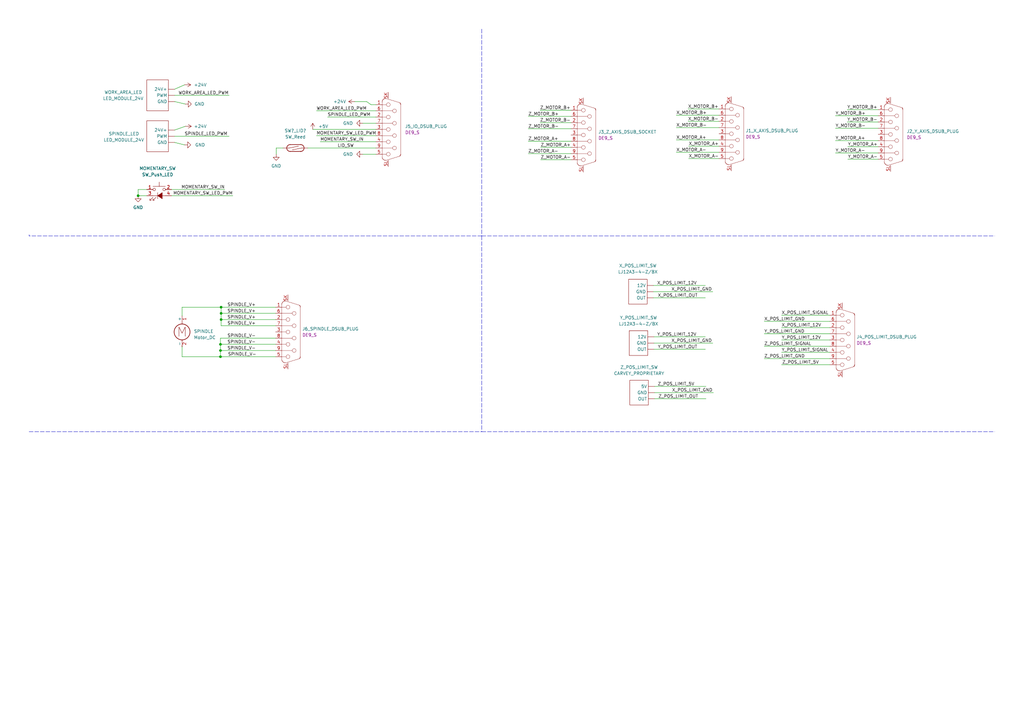
<source format=kicad_sch>
(kicad_sch (version 20211123) (generator eeschema)
  (paper "A3")
  (title_block (title "Upgraded carvey") (date "2022-11-30"))
  (lib_symbols
    (symbol "Motor:Motor_DC" (pin_names (offset 0))
      (property "Reference" "M" (at 2.54 2.54 0))
      (property "Value" "Motor_DC" (at 2.54 -5.08 0))
      (symbol "Motor_DC_0_0"
        (polyline (pts (xy -1.27 -3.302) (xy -1.27 0.508) (xy 0 -2.032) (xy 1.27 0.508) (xy 1.27 -3.302)))
      )
      (symbol "Motor_DC_0_1"
        (circle (center 0 -1.524) (radius 3.2512) (stroke (width 0.254)))
        (polyline (pts (xy 0 -7.62) (xy 0 -7.112)))
        (polyline (pts (xy 0 -4.7752) (xy 0 -5.1816)))
        (polyline (pts (xy 0 1.7272) (xy 0 2.0828)))
        (polyline (pts (xy 0 2.032) (xy 0 2.54)))
      )
      (symbol "Motor_DC_1_1"
        (pin passive line (at 0 5.08 270) (length 2.54) (name "+") (number "1"))
        (pin passive line (at 0 -7.62 90) (length 2.54) (name "-") (number "2"))
      )
    )
    (symbol "Personal_Conn_DSUB:DE9_S" (pin_names hide)
      (property "Reference" "J?" (at 8.89 -11.4299 0))
      (property "Field4" "DE9_S" (at 8.89 -13.9699 0))
      (symbol "DE9_S_0_0"
        (pin passive line (at -2.54 -2.54 0) (length 2.54) (name "1") (number "1"))
        (pin passive line (at -2.54 -7.62 0) (length 2.54) (name "2") (number "2"))
        (pin passive line (at -2.54 -12.7 0) (length 2.54) (name "3") (number "3"))
        (pin passive line (at -2.54 -17.78 0) (length 2.54) (name "4") (number "4"))
        (pin passive line (at -2.54 -22.86 0) (length 2.54) (name "5") (number "5"))
        (pin passive line (at -2.54 -5.08 0) (length 2.54) (name "6") (number "6"))
        (pin passive line (at -2.54 -10.16 0) (length 2.54) (name "7") (number "7"))
        (pin passive line (at -2.54 -15.24 0) (length 2.54) (name "8") (number "8"))
        (pin passive line (at -2.54 -20.32 0) (length 2.54) (name "9") (number "9"))
        (pin passive line (at 2.54 2.54 270) (length 2.54) (name "SK") (number "SK"))
        (pin passive line (at 2.54 -27.94 90) (length 2.54) (name "SL") (number "SL"))
      )
      (symbol "DE9_S_0_1"
        (polyline (pts (xy 0 -22.86) (xy 1.778 -22.86)) (stroke (width 0.1016)))
        (polyline (pts (xy 0 -17.78) (xy 1.778 -17.78)) (stroke (width 0.1016)))
        (polyline (pts (xy 0 -12.7) (xy 1.778 -12.7)) (stroke (width 0.1016)))
        (polyline (pts (xy 0 -7.62) (xy 1.778 -7.62)) (stroke (width 0.1016)))
        (polyline (pts (xy 0 -2.54) (xy 1.778 -2.54)) (stroke (width 0.1016)))
        (polyline (pts (xy 0 -1.524) (xy 0 -24.13)) (stroke (width 0.1016)))
        (polyline (pts (xy 0 -1.4478) (xy 0 -1.524)) (stroke (width 0.1016)))
        (polyline (pts (xy 0 -1.397) (xy 0 -1.4478)) (stroke (width 0.1016)))
        (polyline (pts (xy 0 -1.3208) (xy 0 -1.397)) (stroke (width 0.1016)))
        (polyline (pts (xy 0 -1.27) (xy 0 -1.3208)) (stroke (width 0.1016)))
        (polyline (pts (xy 0.0254 -24.2316) (xy 0.0508 -24.2824)) (stroke (width 0.1016)))
        (polyline (pts (xy 0.0254 -24.1554) (xy 0.0254 -24.2316)) (stroke (width 0.1016)))
        (polyline (pts (xy 0.0254 -1.2192) (xy 0 -1.27)) (stroke (width 0.1016)))
        (polyline (pts (xy 0.0254 -1.143) (xy 0.0254 -1.2192)) (stroke (width 0.1016)))
        (polyline (pts (xy 0.0508 -24.3332) (xy 0.0762 -24.384)) (stroke (width 0.1016)))
        (polyline (pts (xy 0.0508 -24.2824) (xy 0.0508 -24.3332)) (stroke (width 0.1016)))
        (polyline (pts (xy 0.0508 -1.0922) (xy 0.0254 -1.143)) (stroke (width 0.1016)))
        (polyline (pts (xy 0.0508 -1.0414) (xy 0.0508 -1.0922)) (stroke (width 0.1016)))
        (polyline (pts (xy 0.0762 -24.384) (xy 0.1016 -24.4348)) (stroke (width 0.1016)))
        (polyline (pts (xy 0.0762 -0.9906) (xy 0.0508 -1.0414)) (stroke (width 0.1016)))
        (polyline (pts (xy 0.1016 -24.4348) (xy 0.127 -24.511)) (stroke (width 0.1016)))
        (polyline (pts (xy 0.1016 -0.9398) (xy 0.0762 -0.9906)) (stroke (width 0.1016)))
        (polyline (pts (xy 0.127 -24.511) (xy 0.1524 -24.5618)) (stroke (width 0.1016)))
        (polyline (pts (xy 0.127 -0.8636) (xy 0.1016 -0.9398)) (stroke (width 0.1016)))
        (polyline (pts (xy 0.1524 -24.5618) (xy 0.1778 -24.6126)) (stroke (width 0.1016)))
        (polyline (pts (xy 0.1524 -0.8128) (xy 0.127 -0.8636)) (stroke (width 0.1016)))
        (polyline (pts (xy 0.1778 -24.6126) (xy 0.2032 -24.6634)) (stroke (width 0.1016)))
        (polyline (pts (xy 0.1778 -0.762) (xy 0.1524 -0.8128)) (stroke (width 0.1016)))
        (polyline (pts (xy 0.2032 -24.6634) (xy 0.254 -24.7142)) (stroke (width 0.1016)))
        (polyline (pts (xy 0.2032 -0.7112) (xy 0.1778 -0.762)) (stroke (width 0.1016)))
        (polyline (pts (xy 0.254 -24.7142) (xy 0.2794 -24.765)) (stroke (width 0.1016)))
        (polyline (pts (xy 0.254 -0.6604) (xy 0.2032 -0.7112)) (stroke (width 0.1016)))
        (polyline (pts (xy 0.2794 -24.765) (xy 0.3048 -24.8158)) (stroke (width 0.1016)))
        (polyline (pts (xy 0.2794 -0.6096) (xy 0.254 -0.6604)) (stroke (width 0.1016)))
        (polyline (pts (xy 0.3048 -24.8158) (xy 0.3556 -24.8412)) (stroke (width 0.1016)))
        (polyline (pts (xy 0.3048 -0.5588) (xy 0.2794 -0.6096)) (stroke (width 0.1016)))
        (polyline (pts (xy 0.3556 -24.8412) (xy 0.381 -24.892)) (stroke (width 0.1016)))
        (polyline (pts (xy 0.3556 -0.5334) (xy 0.3048 -0.5588)) (stroke (width 0.1016)))
        (polyline (pts (xy 0.381 -24.892) (xy 0.4318 -24.9428)) (stroke (width 0.1016)))
        (polyline (pts (xy 0.381 -0.4826) (xy 0.3556 -0.5334)) (stroke (width 0.1016)))
        (polyline (pts (xy 0.4318 -24.9428) (xy 0.4826 -24.9936)) (stroke (width 0.1016)))
        (polyline (pts (xy 0.4318 -0.4318) (xy 0.381 -0.4826)) (stroke (width 0.1016)))
        (polyline (pts (xy 0.4826 -24.9936) (xy 0.5334 -25.019)) (stroke (width 0.1016)))
        (polyline (pts (xy 0.4826 -0.381) (xy 0.4318 -0.4318)) (stroke (width 0.1016)))
        (polyline (pts (xy 0.5334 -25.019) (xy 0.5588 -25.0698)) (stroke (width 0.1016)))
        (polyline (pts (xy 0.5334 -0.3556) (xy 0.4826 -0.381)) (stroke (width 0.1016)))
        (polyline (pts (xy 0.5588 -25.0698) (xy 0.6096 -25.0952)) (stroke (width 0.1016)))
        (polyline (pts (xy 0.5588 -0.3048) (xy 0.5334 -0.3556)) (stroke (width 0.1016)))
        (polyline (pts (xy 0.6096 -25.0952) (xy 0.6604 -25.1206)) (stroke (width 0.1016)))
        (polyline (pts (xy 0.6096 -0.2794) (xy 0.5588 -0.3048)) (stroke (width 0.1016)))
        (polyline (pts (xy 0.6604 -25.1206) (xy 0.7112 -25.1714)) (stroke (width 0.1016)))
        (polyline (pts (xy 0.6604 -0.254) (xy 0.6096 -0.2794)) (stroke (width 0.1016)))
        (polyline (pts (xy 0.7112 -25.1714) (xy 0.762 -25.1968)) (stroke (width 0.1016)))
        (polyline (pts (xy 0.7112 -0.2032) (xy 0.6604 -0.254)) (stroke (width 0.1016)))
        (polyline (pts (xy 0.762 -25.1968) (xy 0.8128 -25.2222)) (stroke (width 0.1016)))
        (polyline (pts (xy 0.762 -0.1778) (xy 0.7112 -0.2032)) (stroke (width 0.1016)))
        (polyline (pts (xy 0.8128 -25.2222) (xy 0.8636 -25.2476)) (stroke (width 0.1016)))
        (polyline (pts (xy 0.8128 -0.1524) (xy 0.762 -0.1778)) (stroke (width 0.1016)))
        (polyline (pts (xy 0.8636 -25.2476) (xy 0.9398 -25.273)) (stroke (width 0.1016)))
        (polyline (pts (xy 0.8636 -0.127) (xy 0.8128 -0.1524)) (stroke (width 0.1016)))
        (polyline (pts (xy 0.9398 -25.273) (xy 0.9906 -25.2984)) (stroke (width 0.1016)))
        (polyline (pts (xy 0.9398 -0.1016) (xy 0.8636 -0.127)) (stroke (width 0.1016)))
        (polyline (pts (xy 0.9906 -25.2984) (xy 1.0414 -25.3238)) (stroke (width 0.1016)))
        (polyline (pts (xy 0.9906 -0.0762) (xy 0.9398 -0.1016)) (stroke (width 0.1016)))
        (polyline (pts (xy 1.0414 -25.3238) (xy 1.0922 -25.3238)) (stroke (width 0.1016)))
        (polyline (pts (xy 1.0414 -0.0508) (xy 0.9906 -0.0762)) (stroke (width 0.1016)))
        (polyline (pts (xy 1.0922 -25.3238) (xy 1.143 -25.3492)) (stroke (width 0.1016)))
        (polyline (pts (xy 1.0922 -0.0508) (xy 1.0414 -0.0508)) (stroke (width 0.1016)))
        (polyline (pts (xy 1.143 -25.3492) (xy 1.2192 -25.3492)) (stroke (width 0.1016)))
        (polyline (pts (xy 1.143 -0.0254) (xy 1.0922 -0.0508)) (stroke (width 0.1016)))
        (polyline (pts (xy 1.2192 -25.3492) (xy 1.27 -25.3746)) (stroke (width 0.1016)))
        (polyline (pts (xy 1.2192 -0.0254) (xy 1.143 -0.0254)) (stroke (width 0.1016)))
        (polyline (pts (xy 1.27 -25.3746) (xy 1.3208 -25.3746)) (stroke (width 0.1016)))
        (polyline (pts (xy 1.27 0) (xy 1.2192 -0.0254)) (stroke (width 0.1016)))
        (polyline (pts (xy 1.3208 -25.3746) (xy 1.397 -25.3746)) (stroke (width 0.1016)))
        (polyline (pts (xy 1.3208 0) (xy 1.27 0)) (stroke (width 0.1016)))
        (polyline (pts (xy 1.397 -25.3746) (xy 1.4478 -25.3746)) (stroke (width 0.1016)))
        (polyline (pts (xy 1.397 0) (xy 1.3208 0)) (stroke (width 0.1016)))
        (polyline (pts (xy 1.4478 -25.3746) (xy 1.524 -25.4)) (stroke (width 0.1016)))
        (polyline (pts (xy 1.4478 0) (xy 1.397 0)) (stroke (width 0.1016)))
        (polyline (pts (xy 1.4986 0) (xy 1.4478 0)) (stroke (width 0.1016)))
        (polyline (pts (xy 1.524 0) (xy 1.4986 0)) (stroke (width 0.1016)))
        (polyline (pts (xy 4.318 -20.32) (xy 0 -20.32)) (stroke (width 0.1016)))
        (polyline (pts (xy 4.318 -15.24) (xy 0 -15.24)) (stroke (width 0.1016)))
        (polyline (pts (xy 4.318 -10.16) (xy 0 -10.16)) (stroke (width 0.1016)))
        (polyline (pts (xy 4.318 -5.08) (xy 0 -5.08)) (stroke (width 0.1016)))
        (polyline (pts (xy 7.3152 -23.5712) (xy 7.3152 -23.5458)) (stroke (width 0.1016)))
        (polyline (pts (xy 7.3152 -23.5458) (xy 7.3406 -23.5458)) (stroke (width 0.1016)))
        (polyline (pts (xy 7.3152 -1.8288) (xy 7.366 -1.778)) (stroke (width 0.1016)))
        (polyline (pts (xy 7.3406 -23.5458) (xy 7.3406 -23.5204)) (stroke (width 0.1016)))
        (polyline (pts (xy 7.3406 -23.5204) (xy 7.366 -23.495)) (stroke (width 0.1016)))
        (polyline (pts (xy 7.3406 -1.8542) (xy 7.3406 -1.8288)) (stroke (width 0.1016)))
        (polyline (pts (xy 7.3406 -1.8288) (xy 7.3152 -1.8288)) (stroke (width 0.1016)))
        (polyline (pts (xy 7.366 -23.622) (xy 1.524 -25.4)) (stroke (width 0.1016)))
        (polyline (pts (xy 7.366 -23.622) (xy 7.3152 -23.5712)) (stroke (width 0.1016)))
        (polyline (pts (xy 7.366 -23.495) (xy 7.366 -23.495)) (stroke (width 0.1016)))
        (polyline (pts (xy 7.366 -23.495) (xy 7.3914 -23.4696)) (stroke (width 0.1016)))
        (polyline (pts (xy 7.366 -1.8796) (xy 7.3406 -1.8542)) (stroke (width 0.1016)))
        (polyline (pts (xy 7.366 -1.8796) (xy 7.366 -1.8796)) (stroke (width 0.1016)))
        (polyline (pts (xy 7.366 -1.778) (xy 1.524 0)) (stroke (width 0.1016)))
        (polyline (pts (xy 7.3914 -23.4696) (xy 7.3914 -23.4696)) (stroke (width 0.1016)))
        (polyline (pts (xy 7.3914 -23.4696) (xy 7.4168 -23.4442)) (stroke (width 0.1016)))
        (polyline (pts (xy 7.3914 -1.905) (xy 7.366 -1.8796)) (stroke (width 0.1016)))
        (polyline (pts (xy 7.3914 -1.905) (xy 7.3914 -1.905)) (stroke (width 0.1016)))
        (polyline (pts (xy 7.4168 -23.4442) (xy 7.4168 -23.4188)) (stroke (width 0.1016)))
        (polyline (pts (xy 7.4168 -23.4188) (xy 7.4422 -23.4188)) (stroke (width 0.1016)))
        (polyline (pts (xy 7.4168 -1.9558) (xy 7.4168 -1.9304)) (stroke (width 0.1016)))
        (polyline (pts (xy 7.4168 -1.9304) (xy 7.3914 -1.905)) (stroke (width 0.1016)))
        (polyline (pts (xy 7.4422 -23.4188) (xy 7.4422 -23.3934)) (stroke (width 0.1016)))
        (polyline (pts (xy 7.4422 -23.3934) (xy 7.4676 -23.368)) (stroke (width 0.1016)))
        (polyline (pts (xy 7.4422 -1.9812) (xy 7.4422 -1.9558)) (stroke (width 0.1016)))
        (polyline (pts (xy 7.4422 -1.9558) (xy 7.4168 -1.9558)) (stroke (width 0.1016)))
        (polyline (pts (xy 7.4676 -23.368) (xy 7.4676 -23.368)) (stroke (width 0.1016)))
        (polyline (pts (xy 7.4676 -23.368) (xy 7.4676 -23.3426)) (stroke (width 0.1016)))
        (polyline (pts (xy 7.4676 -23.3426) (xy 7.493 -23.3172)) (stroke (width 0.1016)))
        (polyline (pts (xy 7.4676 -2.032) (xy 7.4676 -2.0066)) (stroke (width 0.1016)))
        (polyline (pts (xy 7.4676 -2.0066) (xy 7.4422 -1.9812)) (stroke (width 0.1016)))
        (polyline (pts (xy 7.4676 -2.0066) (xy 7.4676 -2.0066)) (stroke (width 0.1016)))
        (polyline (pts (xy 7.493 -23.3172) (xy 7.493 -23.3172)) (stroke (width 0.1016)))
        (polyline (pts (xy 7.493 -23.3172) (xy 7.493 -23.2918)) (stroke (width 0.1016)))
        (polyline (pts (xy 7.493 -23.2918) (xy 7.5184 -23.2664)) (stroke (width 0.1016)))
        (polyline (pts (xy 7.493 -2.0828) (xy 7.493 -2.0574)) (stroke (width 0.1016)))
        (polyline (pts (xy 7.493 -2.0574) (xy 7.4676 -2.032)) (stroke (width 0.1016)))
        (polyline (pts (xy 7.493 -2.0574) (xy 7.493 -2.0574)) (stroke (width 0.1016)))
        (polyline (pts (xy 7.5184 -23.2664) (xy 7.5184 -23.2664)) (stroke (width 0.1016)))
        (polyline (pts (xy 7.5184 -23.2664) (xy 7.5184 -23.241)) (stroke (width 0.1016)))
        (polyline (pts (xy 7.5184 -23.241) (xy 7.5438 -23.2156)) (stroke (width 0.1016)))
        (polyline (pts (xy 7.5184 -2.1336) (xy 7.5184 -2.1082)) (stroke (width 0.1016)))
        (polyline (pts (xy 7.5184 -2.1082) (xy 7.493 -2.0828)) (stroke (width 0.1016)))
        (polyline (pts (xy 7.5184 -2.1082) (xy 7.5184 -2.1082)) (stroke (width 0.1016)))
        (polyline (pts (xy 7.5438 -23.2156) (xy 7.5438 -23.1902)) (stroke (width 0.1016)))
        (polyline (pts (xy 7.5438 -23.1902) (xy 7.5438 -23.1902)) (stroke (width 0.1016)))
        (polyline (pts (xy 7.5438 -23.1902) (xy 7.5692 -23.1648)) (stroke (width 0.1016)))
        (polyline (pts (xy 7.5438 -2.1844) (xy 7.5438 -2.1844)) (stroke (width 0.1016)))
        (polyline (pts (xy 7.5438 -2.1844) (xy 7.5438 -2.159)) (stroke (width 0.1016)))
        (polyline (pts (xy 7.5438 -2.159) (xy 7.5184 -2.1336)) (stroke (width 0.1016)))
        (polyline (pts (xy 7.5692 -23.1648) (xy 7.5692 -23.1394)) (stroke (width 0.1016)))
        (polyline (pts (xy 7.5692 -23.1394) (xy 7.5692 -23.114)) (stroke (width 0.1016)))
        (polyline (pts (xy 7.5692 -23.114) (xy 7.5692 -23.114)) (stroke (width 0.1016)))
        (polyline (pts (xy 7.5692 -23.114) (xy 7.5692 -23.0886)) (stroke (width 0.1016)))
        (polyline (pts (xy 7.5692 -23.0886) (xy 7.5946 -23.0632)) (stroke (width 0.1016)))
        (polyline (pts (xy 7.5692 -2.286) (xy 7.5692 -2.2606)) (stroke (width 0.1016)))
        (polyline (pts (xy 7.5692 -2.2606) (xy 7.5692 -2.2606)) (stroke (width 0.1016)))
        (polyline (pts (xy 7.5692 -2.2606) (xy 7.5692 -2.2352)) (stroke (width 0.1016)))
        (polyline (pts (xy 7.5692 -2.2352) (xy 7.5692 -2.2098)) (stroke (width 0.1016)))
        (polyline (pts (xy 7.5692 -2.2098) (xy 7.5438 -2.1844)) (stroke (width 0.1016)))
        (polyline (pts (xy 7.5946 -23.0632) (xy 7.5946 -23.0378)) (stroke (width 0.1016)))
        (polyline (pts (xy 7.5946 -23.0378) (xy 7.5946 -23.0378)) (stroke (width 0.1016)))
        (polyline (pts (xy 7.5946 -23.0378) (xy 7.5946 -23.0124)) (stroke (width 0.1016)))
        (polyline (pts (xy 7.5946 -23.0124) (xy 7.5946 -22.987)) (stroke (width 0.1016)))
        (polyline (pts (xy 7.5946 -22.987) (xy 7.5946 -22.9616)) (stroke (width 0.1016)))
        (polyline (pts (xy 7.5946 -22.9616) (xy 7.5946 -22.9362)) (stroke (width 0.1016)))
        (polyline (pts (xy 7.5946 -22.9362) (xy 7.5946 -22.9362)) (stroke (width 0.1016)))
        (polyline (pts (xy 7.5946 -22.9362) (xy 7.5946 -22.9108)) (stroke (width 0.1016)))
        (polyline (pts (xy 7.5946 -22.9108) (xy 7.5946 -22.8854)) (stroke (width 0.1016)))
        (polyline (pts (xy 7.5946 -22.8854) (xy 7.5946 -22.86)) (stroke (width 0.1016)))
        (polyline (pts (xy 7.5946 -22.86) (xy 7.62 -22.86)) (stroke (width 0.1016)))
        (polyline (pts (xy 7.5946 -2.5146) (xy 7.5946 -2.4892)) (stroke (width 0.1016)))
        (polyline (pts (xy 7.5946 -2.4892) (xy 7.5946 -2.4638)) (stroke (width 0.1016)))
        (polyline (pts (xy 7.5946 -2.4638) (xy 7.5946 -2.4384)) (stroke (width 0.1016)))
        (polyline (pts (xy 7.5946 -2.4384) (xy 7.5946 -2.4384)) (stroke (width 0.1016)))
        (polyline (pts (xy 7.5946 -2.4384) (xy 7.5946 -2.413)) (stroke (width 0.1016)))
        (polyline (pts (xy 7.5946 -2.413) (xy 7.5946 -2.3876)) (stroke (width 0.1016)))
        (polyline (pts (xy 7.5946 -2.3876) (xy 7.5946 -2.3622)) (stroke (width 0.1016)))
        (polyline (pts (xy 7.5946 -2.3622) (xy 7.5946 -2.3368)) (stroke (width 0.1016)))
        (polyline (pts (xy 7.5946 -2.3368) (xy 7.5946 -2.3368)) (stroke (width 0.1016)))
        (polyline (pts (xy 7.5946 -2.3368) (xy 7.5946 -2.3114)) (stroke (width 0.1016)))
        (polyline (pts (xy 7.5946 -2.3114) (xy 7.5692 -2.286)) (stroke (width 0.1016)))
        (polyline (pts (xy 7.62 -22.86) (xy 7.62 -2.54)) (stroke (width 0.1016)))
        (polyline (pts (xy 7.62 -2.54) (xy 7.5946 -2.5146)) (stroke (width 0.1016)))
        (polyline (pts (xy 7.62 -2.54) (xy 7.62 -2.54)) (stroke (width 0.1016)))
        (circle (center 2.54 -22.86) (radius 0.762) (stroke (width 0.1016)))
        (circle (center 2.54 -17.78) (radius 0.762) (stroke (width 0.1016)))
        (circle (center 2.54 -12.7) (radius 0.762) (stroke (width 0.1016)))
        (circle (center 2.54 -7.62) (radius 0.762) (stroke (width 0.1016)))
        (circle (center 2.54 -2.54) (radius 0.762) (stroke (width 0.1016)))
        (circle (center 5.08 -20.32) (radius 0.762) (stroke (width 0.1016)))
        (circle (center 5.08 -15.24) (radius 0.762) (stroke (width 0.1016)))
        (circle (center 5.08 -10.16) (radius 0.762) (stroke (width 0.1016)))
        (circle (center 5.08 -5.08) (radius 0.762) (stroke (width 0.1016)))
      )
    )
    (symbol "Personal_DISCRETE_Misc:LED_MODULE_24V"
      (property "Reference" "U" (at 0 10.16 0))
      (property "Value" "LED_MODULE_24V" (at 0 7.62 0))
      (symbol "LED_MODULE_24V_0_1"
        (rectangle (start -3.81 6.35) (end 5.08 -6.35))
      )
      (symbol "LED_MODULE_24V_1_1"
        (pin power_in line (at -6.35 2.54 0) (length 2.54) (name "24V+") (number ""))
        (pin passive line (at -6.35 -2.54 0) (length 2.54) (name "GND") (number ""))
        (pin input line (at -6.35 0 0) (length 2.54) (name "PWM") (number ""))
      )
    )
    (symbol "Personal_Modules:CARVEY_PROPRIETARY_LIMIT_SW"
      (property "Reference" "U" (at 0 7.62 0))
      (property "Value" "CARVEY_PROPRIETARY_LIMIT_SW" (at 0 5.08 0))
      (symbol "CARVEY_PROPRIETARY_LIMIT_SW_0_1"
        (rectangle (start -3.81 3.81) (end 3.81 -6.35))
      )
      (symbol "CARVEY_PROPRIETARY_LIMIT_SW_1_1"
        (pin power_in line (at -6.35 -3.81 0) (length 2.54) (name "5V") (number ""))
        (pin passive line (at -6.35 -1.27 0) (length 2.54) (name "GND") (number ""))
        (pin output line (at -6.35 1.27 0) (length 2.54) (name "OUT") (number ""))
      )
    )
    (symbol "Personal_Modules:LJ12A3-4-Z{slash}BX"
      (property "Reference" "U" (at 0 7.62 0))
      (property "Value" "LJ12A3-4-Z{slash}BX" (at 0 5.08 0))
      (symbol "LJ12A3-4-Z{slash}BX_0_1"
        (rectangle (start -3.81 3.81) (end 3.81 -6.35))
      )
      (symbol "LJ12A3-4-Z{slash}BX_1_1"
        (pin power_in line (at -6.35 -3.81 0) (length 2.54) (name "12V") (number ""))
        (pin passive line (at -6.35 -1.27 0) (length 2.54) (name "GND") (number ""))
        (pin output line (at -6.35 1.27 0) (length 2.54) (name "OUT") (number ""))
      )
    )
    (symbol "Personal_Power:+24V" (power) (pin_names (offset 0))
      (property "Value" "+24V" (at 0 3.556 0))
      (symbol "+24V_0_1"
        (polyline (pts (xy -0.762 1.27) (xy 0 2.54)))
        (polyline (pts (xy 0 0) (xy 0 2.54)))
        (polyline (pts (xy 0 2.54) (xy 0.762 1.27)))
      )
      (symbol "+24V_1_1"
        (pin power_in line (at 0 0 90) (length 0) hide (name "+24V") (number "1"))
      )
    )
    (symbol "Personal_Power:+5V" (power) (pin_names (offset 0))
      (property "Value" "+5V" (at 0 3.556 0))
      (symbol "+5V_0_1"
        (polyline (pts (xy -0.762 1.27) (xy 0 2.54)))
        (polyline (pts (xy 0 0) (xy 0 2.54)))
        (polyline (pts (xy 0 2.54) (xy 0.762 1.27)))
      )
      (symbol "+5V_1_1"
        (pin power_in line (at 0 0 90) (length 0) hide (name "+5V") (number "1"))
      )
    )
    (symbol "Personal_Power:GND" (power) (pin_names (offset 0))
      (property "Value" "GND" (at 0 -3.81 0))
      (symbol "GND_0_1"
        (polyline (pts (xy 0 0) (xy 0 -1.27) (xy 1.27 -1.27) (xy 0 -2.54) (xy -1.27 -1.27) (xy 0 -1.27)))
      )
      (symbol "GND_1_1"
        (pin power_in line (at 0 0 270) (length 0) hide (name "GND") (number "1"))
      )
    )
    (symbol "Switch:SW_Push_LED" (pin_names (offset 1.016) hide)
      (property "Reference" "SW" (at 0.635 5.715 0))
      (property "Value" "SW_Push_LED" (at 0 -3.175 0))
      (symbol "SW_Push_LED_0_0"
        (polyline (pts (xy -3.81 -1.905) (xy -2.54 -0.635)))
        (polyline (pts (xy -2.54 -1.905) (xy -1.27 -0.635)))
        (polyline (pts (xy -2.54 0) (xy 2.54 0)))
        (polyline (pts (xy -0.635 1.27) (xy -0.635 -1.27)))
        (polyline (pts (xy -3.81 -1.27) (xy -3.81 -1.905) (xy -3.175 -1.905)))
        (polyline (pts (xy -2.54 -1.27) (xy -2.54 -1.905) (xy -1.905 -1.905)))
        (polyline (pts (xy -0.635 0) (xy 1.27 1.27) (xy 1.27 -1.27) (xy -0.635 0)) (fill (type outline)))
      )
      (symbol "SW_Push_LED_0_1"
        (circle (center -2.032 2.54) (radius 0.508))
        (polyline (pts (xy 0 3.81) (xy 0 5.588)))
        (polyline (pts (xy 2.54 3.81) (xy -2.54 3.81)))
        (circle (center 2.032 2.54) (radius 0.508))
        (pin passive line (at -5.08 2.54 0) (length 2.54) (name "1") (number "1"))
        (pin passive line (at 5.08 2.54 180) (length 2.54) (name "2") (number "2"))
        (pin passive line (at -5.08 0 0) (length 2.54) (name "K") (number "3"))
        (pin passive line (at 5.08 0 180) (length 2.54) (name "A") (number "4"))
      )
    )
    (symbol "Switch:SW_Reed" (pin_numbers hide) (pin_names (offset 0) hide)
      (property "Reference" "SW" (at 0 2.54 0))
      (property "Value" "SW_Reed" (at 0 -2.54 0))
      (symbol "SW_Reed_0_0"
        (arc (start -2.159 1.397) (mid -3.556 0) (end -2.159 -1.397) (stroke (width 0.254)))
        (polyline (pts (xy -2.54 0) (xy 1.27 0.762)))
        (polyline (pts (xy -2.159 -1.397) (xy 2.286 -1.397)) (stroke (width 0.254)))
        (polyline (pts (xy 2.159 1.397) (xy -2.159 1.397)) (stroke (width 0.254)))
        (polyline (pts (xy 2.54 0) (xy -1.27 -0.762)))
        (arc (start 2.159 -1.397) (mid 3.556 0) (end 2.159 1.397) (stroke (width 0.254)))
      )
      (symbol "SW_Reed_1_1"
        (pin passive line (at -5.08 0 0) (length 2.54) (name "1") (number "1"))
        (pin passive line (at 5.08 0 180) (length 2.54) (name "2") (number "2"))
      )
    )
  )
  (junction (at 90.424 146.304))
  (junction (at 56.642 80.264))
  (junction (at 90.678 125.984))
  (junction (at 90.678 131.064))
  (junction (at 90.424 143.764))
  (junction (at 90.424 141.224))
  (junction (at 90.678 128.524))
  (wire (pts (xy 268.478 163.576) (xy 289.56 163.576)))
  (wire (pts (xy 70.358 80.264) (xy 95.504 80.264)))
  (wire (pts (xy 75.946 51.816) (xy 71.628 53.34)))
  (wire (pts (xy 90.678 131.064) (xy 90.678 133.604)))
  (wire (pts (xy 342.646 62.738) (xy 360.172 62.738)))
  (wire (pts (xy 90.424 141.224) (xy 113.03 141.224)))
  (wire (pts (xy 129.794 45.466) (xy 154.178 45.466)))
  (wire (pts (xy 221.488 50.292) (xy 234.188 50.292)))
  (wire (pts (xy 90.424 141.224) (xy 90.424 143.764)))
  (wire (pts (xy 313.436 147.066) (xy 340.36 147.066)))
  (wire (pts (xy 347.726 65.278) (xy 360.172 65.278)))
  (wire (pts (xy 268.478 161.036) (xy 292.608 161.036)))
  (wire (pts (xy 320.548 149.606) (xy 340.36 149.606)))
  (wire (pts (xy 90.678 133.604) (xy 113.03 133.604)))
  (wire (pts (xy 71.628 39.116) (xy 93.98 39.116)))
  (polyline (pts (xy 197.612 96.774) (xy 407.924 96.774)))
  (wire (pts (xy 56.642 77.724) (xy 56.642 80.264)))
  (wire (pts (xy 320.548 129.286) (xy 340.36 129.286)))
  (wire (pts (xy 267.97 117.094) (xy 289.306 117.094)))
  (wire (pts (xy 320.548 134.366) (xy 340.36 134.366)))
  (wire (pts (xy 75.692 59.436) (xy 71.628 58.42)))
  (wire (pts (xy 268.478 158.496) (xy 289.56 158.496)))
  (wire (pts (xy 154.178 55.626) (xy 129.794 55.626)))
  (polyline (pts (xy 197.612 96.774) (xy 11.938 96.774)))
  (wire (pts (xy 90.424 143.764) (xy 90.424 146.304)))
  (wire (pts (xy 90.678 125.984) (xy 113.03 125.984)))
  (wire (pts (xy 128.27 53.086) (xy 154.178 53.086)))
  (polyline (pts (xy 11.938 96.266) (xy 11.938 96.774)))
  (wire (pts (xy 90.424 138.684) (xy 90.424 141.224)))
  (wire (pts (xy 347.726 60.198) (xy 360.172 60.198)))
  (wire (pts (xy 267.97 119.634) (xy 292.354 119.634)))
  (wire (pts (xy 126.238 60.706) (xy 154.178 60.706)))
  (wire (pts (xy 221.488 45.212) (xy 234.188 45.212)))
  (wire (pts (xy 282.194 44.704) (xy 294.894 44.704)))
  (wire (pts (xy 145.542 41.656) (xy 150.368 41.656)))
  (wire (pts (xy 320.548 144.526) (xy 340.36 144.526)))
  (wire (pts (xy 148.844 50.546) (xy 154.178 50.546)))
  (wire (pts (xy 90.424 143.764) (xy 113.03 143.764)))
  (polyline (pts (xy 197.612 177.038) (xy 407.924 177.038)))
  (wire (pts (xy 71.628 55.88) (xy 93.98 55.88)))
  (wire (pts (xy 60.198 77.724) (xy 56.642 77.724)))
  (wire (pts (xy 152.146 42.926) (xy 154.178 42.926)))
  (wire (pts (xy 282.448 65.024) (xy 294.894 65.024)))
  (wire (pts (xy 90.678 125.984) (xy 90.678 128.524)))
  (wire (pts (xy 70.358 77.724) (xy 92.202 77.724)))
  (wire (pts (xy 320.548 139.446) (xy 340.36 139.446)))
  (wire (pts (xy 277.368 52.324) (xy 294.894 52.324)))
  (wire (pts (xy 74.676 125.984) (xy 90.678 125.984)))
  (wire (pts (xy 90.678 128.524) (xy 90.678 131.064)))
  (wire (pts (xy 347.472 44.958) (xy 360.172 44.958)))
  (wire (pts (xy 90.678 128.524) (xy 113.03 128.524)))
  (wire (pts (xy 282.448 59.944) (xy 294.894 59.944)))
  (wire (pts (xy 313.436 141.986) (xy 340.36 141.986)))
  (wire (pts (xy 277.368 57.404) (xy 294.894 57.404)))
  (wire (pts (xy 56.642 80.264) (xy 60.198 80.264)))
  (wire (pts (xy 150.368 41.656) (xy 152.146 42.926)))
  (wire (pts (xy 216.662 57.912) (xy 234.188 57.912)))
  (wire (pts (xy 277.368 47.244) (xy 294.894 47.244)))
  (wire (pts (xy 267.97 122.174) (xy 289.306 122.174)))
  (wire (pts (xy 342.646 57.658) (xy 360.172 57.658)))
  (wire (pts (xy 342.646 47.498) (xy 360.172 47.498)))
  (wire (pts (xy 221.742 60.452) (xy 234.188 60.452)))
  (wire (pts (xy 148.844 63.246) (xy 154.178 63.246)))
  (wire (pts (xy 216.662 47.752) (xy 234.188 47.752)))
  (wire (pts (xy 347.472 50.038) (xy 360.172 50.038)))
  (wire (pts (xy 282.194 49.784) (xy 294.894 49.784)))
  (polyline (pts (xy 11.938 177.038) (xy 197.612 177.038)))
  (wire (pts (xy 268.224 140.716) (xy 292.354 140.716)))
  (wire (pts (xy 131.318 58.166) (xy 154.178 58.166)))
  (wire (pts (xy 113.284 60.706) (xy 113.284 63.246)))
  (wire (pts (xy 75.692 34.798) (xy 71.628 36.576)))
  (wire (pts (xy 268.224 143.256) (xy 289.306 143.256)))
  (wire (pts (xy 74.676 142.24) (xy 74.676 146.304)))
  (wire (pts (xy 277.368 62.484) (xy 294.894 62.484)))
  (polyline (pts (xy 197.612 96.774) (xy 197.612 177.038)))
  (wire (pts (xy 75.946 42.672) (xy 71.628 41.656)))
  (polyline (pts (xy 197.612 11.938) (xy 197.612 96.774)))
  (wire (pts (xy 268.224 138.176) (xy 289.306 138.176)))
  (wire (pts (xy 90.678 131.064) (xy 113.03 131.064)))
  (wire (pts (xy 221.742 65.532) (xy 234.188 65.532)))
  (wire (pts (xy 74.676 146.304) (xy 90.424 146.304)))
  (wire (pts (xy 313.436 131.826) (xy 340.36 131.826)))
  (wire (pts (xy 313.436 136.906) (xy 340.36 136.906)))
  (wire (pts (xy 90.424 138.684) (xy 113.03 138.684)))
  (wire (pts (xy 134.366 48.006) (xy 154.178 48.006)))
  (wire (pts (xy 216.662 52.832) (xy 234.188 52.832)))
  (wire (pts (xy 342.646 52.578) (xy 360.172 52.578)))
  (wire (pts (xy 216.662 62.992) (xy 234.188 62.992)))
  (wire (pts (xy 90.424 146.304) (xy 113.03 146.304)))
  (wire (pts (xy 116.078 60.706) (xy 113.284 60.706)))
  (wire (pts (xy 74.676 129.54) (xy 74.676 125.984)))
  (label "SPINDLE_LED_PWM" (at 75.692 55.88 0))
  (label "X_MOTOR_A+" (at 277.368 57.404 0))
  (label "Z_MOTOR_B+" (at 216.662 47.752 0))
  (label "X_POS_LIMIT_GND" (at 275.59 161.036 0))
  (label "X_POS_LIMIT_GND" (at 313.436 131.826 0))
  (label "Y_MOTOR_A-" (at 347.726 65.278 0))
  (label "Z_POS_LIMIT_GND" (at 313.436 147.066 0))
  (label "Z_MOTOR_B-" (at 221.488 50.292 0))
  (label "SPINDLE_V+" (at 93.218 125.984 0))
  (label "SPINDLE_V-" (at 93.218 143.764 0))
  (label "Z_MOTOR_A-" (at 221.742 65.532 0))
  (label "Y_MOTOR_B-" (at 347.472 50.038 0))
  (label "X_POS_LIMIT_12V" (at 269.494 117.094 0))
  (label "MOMENTARY_SW_LED_PWM" (at 129.794 55.626 0))
  (label "X_MOTOR_B+" (at 277.368 47.244 0))
  (label "X_POS_LIMIT_SIGNAL" (at 320.548 129.286 0))
  (label "Y_MOTOR_A+" (at 347.726 60.198 0))
  (label "SPINDLE_V-" (at 93.218 141.224 0))
  (label "Z_POS_LIMIT_5V" (at 320.802 149.606 0))
  (label "Z_MOTOR_B+" (at 221.488 45.212 0))
  (label "X_MOTOR_A-" (at 277.368 62.484 0))
  (label "SPINDLE_V+" (at 93.218 131.064 0))
  (label "WORK_AREA_LED_PWM" (at 129.794 45.466 0))
  (label "Y_POS_LIMIT_OUT" (at 269.748 143.256 0))
  (label "Y_MOTOR_A+" (at 342.646 57.658 0))
  (label "Z_POS_LIMIT_OUT" (at 270.002 163.576 0))
  (label "SPINDLE_V+" (at 93.218 128.524 0))
  (label "X_POS_LIMIT_GND" (at 275.336 140.716 0))
  (label "Z_MOTOR_B-" (at 216.662 52.832 0))
  (label "Y_POS_LIMIT_SIGNAL" (at 320.548 144.526 0))
  (label "X_POS_LIMIT_12V" (at 320.548 134.366 0))
  (label "SPINDLE_LED_PWM" (at 134.366 48.006 0))
  (label "MOMENTARY_SW_IN" (at 131.318 58.166 0))
  (label "Y_MOTOR_B+" (at 347.472 44.958 0))
  (label "X_MOTOR_B-" (at 282.194 49.784 0))
  (label "X_MOTOR_A+" (at 282.448 59.944 0))
  (label "Y_MOTOR_B+" (at 342.646 47.498 0))
  (label "X_MOTOR_B-" (at 277.368 52.324 0))
  (label "Z_MOTOR_A-" (at 216.662 62.992 0))
  (label "Y_MOTOR_A-" (at 342.646 62.738 0))
  (label "SPINDLE_V-" (at 93.218 138.684 0))
  (label "SPINDLE_V-" (at 93.472 146.304 0))
  (label "LID_SW" (at 138.43 60.706 0))
  (label "Y_POS_LIMIT_GND" (at 313.436 136.906 0))
  (label "Z_POS_LIMIT_SIGNAL" (at 313.436 141.986 0))
  (label "Y_POS_LIMIT_12V" (at 269.494 138.176 0))
  (label "X_MOTOR_A-" (at 282.448 65.024 0))
  (label "Y_POS_LIMIT_12V" (at 320.548 139.446 0))
  (label "SPINDLE_V+" (at 93.218 133.604 0))
  (label "Z_MOTOR_A+" (at 221.742 60.452 0))
  (label "Y_MOTOR_B-" (at 342.646 52.578 0))
  (label "X_MOTOR_B+" (at 282.194 44.704 0))
  (label "MOMENTARY_SW_LED_PWM" (at 95.504 80.264 180))
  (label "X_POS_LIMIT_OUT" (at 269.748 122.174 0))
  (label "Z_POS_LIMIT_5V" (at 269.748 158.496 0))
  (label "Z_MOTOR_A+" (at 216.662 57.912 0))
  (label "MOMENTARY_SW_IN" (at 92.202 77.724 180))
  (label "X_POS_LIMIT_GND" (at 275.336 119.634 0))
  (label "WORK_AREA_LED_PWM" (at 73.152 39.116 0))
  (symbol (lib_id "Personal_Conn_DSUB:DE9_S") (at 115.57 123.444 0) (unit 1)
    (property "Reference" "J6_SPINDLE_DSUB_PLUG" (at 123.952 134.8739 0) (effects (justify left)))
    (property "Value" "DE9_S" (effects hide))
    (property "Field4" "DE9_S" (at 123.952 137.4139 0) (effects (justify left)))
    (property "Type" " Socket " (effects hide))
  )
  (symbol (lib_id "Personal_Modules:LJ12A3-4-Z{slash}BX") (at 261.62 120.904 180) (unit 1)
    (property "Reference" "X_POS_LIMIT_SW" (at 261.62 108.966 0))
    (property "Value" "LJ12A3-4-Z/BX" (at 261.62 111.506 0))
  )
  (symbol (lib_id "Personal_Power:GND") (at 148.844 50.546 270) (unit 1)
    (property "Reference" "#PWR?" (effects hide))
    (property "Value" "GND" (at 144.78 50.5459 90) (effects (justify right)))
  )
  (symbol (lib_id "Switch:SW_Reed") (at 121.158 60.706 0) (unit 1)
    (property "Reference" "SW?_LID?" (at 121.158 53.594 0))
    (property "Value" "SW_Reed" (at 121.158 56.134 0))
  )
  (symbol (lib_id "Personal_DISCRETE_Misc:LED_MODULE_24V") (at 65.278 39.116 0) (mirror y) (unit 1)
    (property "Reference" "WORK_AREA_LED" (at 50.546 37.846 0))
    (property "Value" "LED_MODULE_24V" (at 50.546 40.386 0))
  )
  (symbol (lib_id "Personal_Conn_DSUB:DE9_S") (at 297.434 42.164 0) (unit 1)
    (property "Reference" "J1_X_AXIS_DSUB_PLUG" (at 305.816 53.5939 0) (effects (justify left)))
    (property "Value" "DE9_S" (effects hide))
    (property "Field4" "DE9_S" (at 305.816 56.1339 0) (effects (justify left)))
    (property "Type" " Socket " (effects hide))
  )
  (symbol (lib_id "Personal_Power:+24V") (at 145.542 41.656 90) (unit 1)
    (property "Reference" "#PWR?" (effects hide))
    (property "Value" "+24V" (at 141.986 41.6559 90) (effects (justify left)))
  )
  (symbol (lib_id "Personal_Power:+24V") (at 75.946 51.816 270) (unit 1)
    (property "Reference" "#PWR?" (effects hide))
    (property "Value" "+24V" (at 79.502 51.8159 90) (effects (justify left)))
  )
  (symbol (lib_id "Personal_Power:GND") (at 148.844 63.246 270) (unit 1)
    (property "Reference" "#PWR?" (effects hide))
    (property "Value" "GND" (at 144.78 63.2459 90) (effects (justify right)))
  )
  (symbol (lib_id "Personal_Power:GND") (at 56.642 80.264 0) (unit 1)
    (property "Reference" "#PWR?" (effects hide))
    (property "Value" "GND" (at 56.642 85.09 0))
  )
  (symbol (lib_id "Personal_Power:+5V") (at 128.27 53.086 0) (unit 1)
    (property "Reference" "#PWR?" (effects hide))
    (property "Value" "+5V" (at 130.556 51.8159 0) (effects (justify left)))
  )
  (symbol (lib_id "Personal_Power:GND") (at 113.284 63.246 0) (unit 1)
    (property "Reference" "#PWR?" (effects hide))
    (property "Value" "GND" (at 113.284 68.072 0))
  )
  (symbol (lib_id "Personal_Modules:CARVEY_PROPRIETARY_LIMIT_SW") (at 262.128 162.306 180) (unit 1)
    (property "Reference" "Z_POS_LIMIT_SW" (at 262.128 150.622 0))
    (property "Value" "CARVEY_PROPRIETARY" (at 262.128 153.162 0))
  )
  (symbol (lib_id "Personal_Power:+24V") (at 75.692 34.798 270) (unit 1)
    (property "Reference" "#PWR?" (effects hide))
    (property "Value" "+24V" (at 79.502 34.7979 90) (effects (justify left)))
  )
  (symbol (lib_id "Personal_Power:GND") (at 75.692 59.436 90) (unit 1)
    (property "Reference" "#PWR?" (effects hide))
    (property "Value" "GND" (at 80.01 59.4359 90) (effects (justify right)))
  )
  (symbol (lib_id "Personal_Conn_DSUB:DE9_S") (at 156.718 40.386 0) (unit 1)
    (property "Reference" "J5_IO_DSUB_PLUG" (at 166.116 51.8159 0) (effects (justify left)))
    (property "Value" "DE9_S" (effects hide))
    (property "Field4" "DE9_S" (at 166.116 54.3559 0) (effects (justify left)))
    (property "Type" " Socket " (effects hide))
  )
  (symbol (lib_id "Motor:Motor_DC") (at 74.676 134.62 0) (unit 1)
    (property "Reference" "SPINDLE" (at 79.502 135.8899 0) (effects (justify left)))
    (property "Value" "Motor_DC" (at 79.502 138.4299 0) (effects (justify left)))
  )
  (symbol (lib_id "Personal_Conn_DSUB:DE9_S") (at 362.712 42.418 0) (unit 1)
    (property "Reference" "J2_Y_AXIS_DSUB_PLUG" (at 371.856 53.8479 0) (effects (justify left)))
    (property "Value" "DE9_S" (effects hide))
    (property "Field4" "DE9_S" (at 371.856 56.3879 0) (effects (justify left)))
    (property "Type" " Socket " (effects hide))
  )
  (symbol (lib_id "Personal_DISCRETE_Misc:LED_MODULE_24V") (at 65.278 55.88 0) (mirror y) (unit 1)
    (property "Reference" "SPINDLE_LED" (at 50.8 54.864 0))
    (property "Value" "LED_MODULE_24V" (at 50.8 57.404 0))
  )
  (symbol (lib_id "Personal_Power:GND") (at 75.946 42.672 90) (unit 1)
    (property "Reference" "#PWR?" (effects hide))
    (property "Value" "GND" (at 79.756 42.6719 90) (effects (justify right)))
  )
  (symbol (lib_id "Personal_Conn_DSUB:DE9_S") (at 236.728 42.672 0) (unit 1)
    (property "Reference" "J3_Z_AXIS_DSUB_SOCKET" (at 245.364 54.1019 0) (effects (justify left)))
    (property "Value" "DE9_S" (effects hide))
    (property "Field4" "DE9_S" (at 245.364 56.6419 0) (effects (justify left)))
    (property "Type" " Socket " (effects hide))
  )
  (symbol (lib_id "Personal_Modules:LJ12A3-4-Z{slash}BX") (at 261.874 141.986 180) (unit 1)
    (property "Reference" "Y_POS_LIMIT_SW" (at 261.874 130.302 0))
    (property "Value" "LJ12A3-4-Z/BX" (at 261.874 132.842 0))
  )
  (symbol (lib_id "Switch:SW_Push_LED") (at 65.278 80.264 0) (unit 1)
    (property "Reference" "MOMENTARY_SW" (at 64.643 69.088 0))
    (property "Value" "SW_Push_LED" (at 64.643 71.628 0))
  )
  (symbol (lib_id "Personal_Conn_DSUB:DE9_S") (at 342.9 126.746 0) (unit 1)
    (property "Reference" "J4_POS_LIMIT_DSUB_PLUG" (at 351.282 138.1759 0) (effects (justify left)))
    (property "Value" "DE9_S" (effects hide))
    (property "Field4" "DE9_S" (at 351.282 140.7159 0) (effects (justify left)))
    (property "Type" " Socket " (effects hide))
  )
)
</source>
